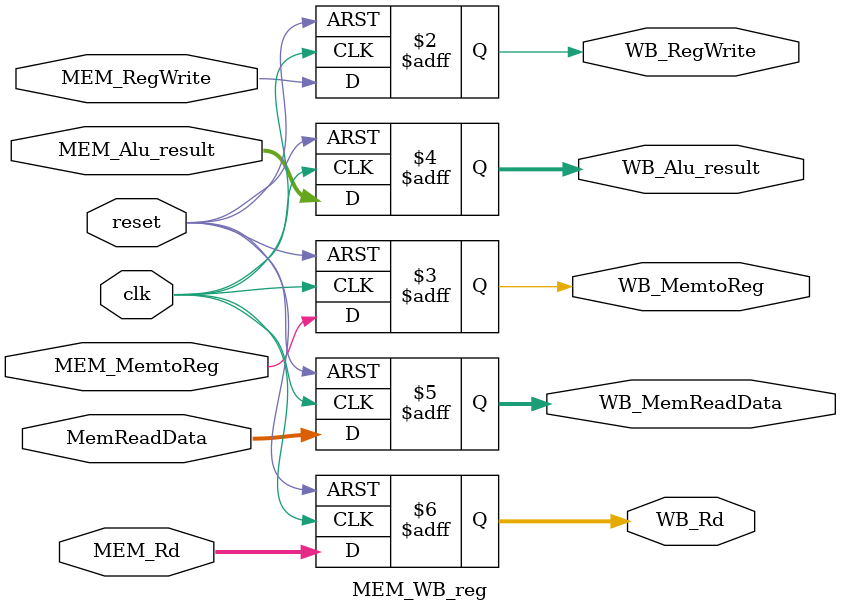
<source format=v>
`timescale 1ns/1ps

module IF_ID_reg(
    input clk,
    input reset,
    input flush,              
    input IF_ID_reg_write,
    input [63:0] if_pc,
    input [31:0] if_instruction,
    output reg [63:0] id_pc,
    output reg [31:0] id_instruction
);

    always @(posedge clk or posedge reset) begin
        if (reset) begin
            id_pc <= 64'b0;
            id_instruction <= 32'b0;
        end else if (flush) begin
            id_pc <= 64'b0;
            id_instruction <= 32'b0;
        end else if (IF_ID_reg_write) begin
            id_pc <= if_pc;
            id_instruction <= if_instruction;
        end
    end
endmodule

module ID_EXE_reg(
    input clk,
    input reset,
    input flush,              
    input RegWrite,
    input MemtoReg,
    input MemRead,
    input MemWrite,
    input Branch,
    input ALUSrc,
    input [1:0] ALUOp,
    input [63:0] ID_pc,
    input [63:0] ID_RegData1,
    input [63:0] ID_RegData2,
    input [63:0] ID_Imm,
    input [4:0] ID_Rs1,
    input [4:0] ID_Rs2,
    input [4:0] ID_Rd,
    input [2:0] ID_funct3,
    input ID_bit30,
    output reg EX_RegWrite,
    output reg EX_MemtoReg,
    output reg EX_MemRead,
    output reg EX_MemWrite,
    output reg EX_Branch,
    output reg EX_ALUSrc,
    output reg [1:0] EX_ALUOp,
    output reg [63:0] EX_pc,
    output reg [63:0] EX_RegData1,
    output reg [63:0] EX_RegData2,
    output reg [63:0] EX_Imm,
    output reg [4:0] EX_Rs1,
    output reg [4:0] EX_Rs2,
    output reg [4:0] EX_Rd,
    output reg [2:0] EX_funct3,
    output reg EX_bit30
);
    always @(posedge clk or posedge reset) begin
        if (reset) begin
            EX_RegWrite   <= 1'b0;
            EX_MemtoReg   <= 1'b0;
            EX_MemRead    <= 1'b0;
            EX_MemWrite   <= 1'b0;
            EX_Branch     <= 1'b0;
            EX_ALUSrc     <= 1'b0;
            EX_ALUOp      <= 2'b00;
            EX_pc         <= 64'b0;
            EX_RegData1   <= 64'b0;
            EX_RegData2   <= 64'b0;
            EX_Imm        <= 64'b0;
            EX_Rs1        <= 5'b0;
            EX_Rs2        <= 5'b0;
            EX_Rd         <= 5'b0;
            EX_funct3     <= 3'b0;
            EX_bit30      <= 1'b0;
        end else if (flush) begin
            // Flush: replace instruction with no-op by clearing all signals.
            EX_RegWrite   <= 1'b0;
            EX_MemtoReg   <= 1'b0;
            EX_MemRead    <= 1'b0;
            EX_MemWrite   <= 1'b0;
            EX_Branch     <= 1'b0;
            EX_ALUSrc     <= 1'b0;
            EX_ALUOp      <= 2'b00;
            EX_pc         <= 64'b0;
            EX_RegData1   <= 64'b0;
            EX_RegData2   <= 64'b0;
            EX_Imm        <= 64'b0;
            EX_Rs1        <= 5'b0;
            EX_Rs2        <= 5'b0;
            EX_Rd         <= 5'b0;
            EX_funct3     <= 3'b0;
            EX_bit30      <= 1'b0;
        end else begin
            EX_RegWrite   <= RegWrite;
            EX_MemtoReg   <= MemtoReg;
            EX_MemRead    <= MemRead;
            EX_MemWrite   <= MemWrite;
            EX_Branch     <= Branch;
            EX_ALUSrc     <= ALUSrc;
            EX_ALUOp      <= ALUOp;
            EX_pc         <= ID_pc;
            EX_RegData1   <= ID_RegData1;
            EX_RegData2   <= ID_RegData2;
            EX_Imm        <= ID_Imm;
            EX_Rs1        <= ID_Rs1;
            EX_Rs2        <= ID_Rs2;
            EX_Rd         <= ID_Rd;
            EX_funct3     <= ID_funct3;
            EX_bit30      <= ID_bit30;
        end
    end
endmodule

module EX_MEM_reg(
    input clk,
    input reset,
    input flush,              
    input EX_RegWrite,
    input EX_MemtoReg,
    input EX_MemRead,
    input EX_MemWrite,
    input EX_Branch,
    input Alu_zero,
    input [63:0] Alu_result,
    input [63:0] EX_RegData2,
    input [4:0] EX_Rd,
    input [63:0] EX_PC,
    output reg MEM_RegWrite,
    output reg MEM_MemtoReg,
    output reg MEM_MemRead,
    output reg MEM_MemWrite,
    output reg MEM_Branch,
    output reg MEM_Alu_zero,
    output reg [63:0] MEM_Alu_result,
    output reg [63:0] MEM_RegData2,
    output reg [4:0] MEM_Rd,
    output reg [63:0] MEM_PC
);
    always @(posedge clk or posedge reset) begin
        if(reset) begin
            MEM_RegWrite   <= 1'b0;
            MEM_MemtoReg   <= 1'b0;
            MEM_MemRead    <= 1'b0;
            MEM_MemWrite   <= 1'b0;
            MEM_Branch     <= 1'b0;
            MEM_Alu_zero   <= 1'b0;
            MEM_Alu_result <= 64'b0;
            MEM_RegData2   <= 64'b0;
            MEM_Rd         <= 5'b0;
            MEM_PC         <= 64'b0;
        end else if (flush) begin
            MEM_RegWrite   <= 1'b0;
            MEM_MemtoReg   <= 1'b0;
            MEM_MemRead    <= 1'b0;
            MEM_MemWrite   <= 1'b0;
            MEM_Branch     <= 1'b0;
            MEM_Alu_zero   <= 1'b0;
            MEM_Alu_result <= 64'b0;
            MEM_RegData2   <= 64'b0;
            MEM_Rd         <= 5'b0;
            MEM_PC         <= 64'b0;
        end else begin
            MEM_RegWrite   <= EX_RegWrite;
            MEM_MemtoReg   <= EX_MemtoReg;
            MEM_MemRead    <= EX_MemRead;
            MEM_MemWrite   <= EX_MemWrite;
            MEM_Branch     <= EX_Branch;
            MEM_Alu_zero   <= Alu_zero;
            MEM_Alu_result <= Alu_result;
            MEM_RegData2   <= EX_RegData2;
            MEM_Rd         <= EX_Rd;
            MEM_PC         <= EX_PC;
        end 
    end
endmodule

module MEM_WB_reg(
    input clk,
    input reset,
    input MEM_RegWrite,
    input MEM_MemtoReg,
    input [63:0] MEM_Alu_result,
    input [63:0] MemReadData,
    input [4:0] MEM_Rd,
    output reg WB_RegWrite,
    output reg WB_MemtoReg,
    output reg [63:0] WB_Alu_result,
    output reg [63:0] WB_MemReadData,
    output reg [4:0] WB_Rd
);
    always @(posedge clk or posedge reset) begin
        if(reset) begin
            WB_RegWrite    <= 1'b0;
            WB_MemtoReg    <= 1'b0;
            WB_Alu_result  <= 64'b0;
            WB_MemReadData <= 64'b0;
            WB_Rd          <= 5'b0;
        end else begin
            WB_RegWrite    <= MEM_RegWrite;
            WB_MemtoReg    <= MEM_MemtoReg;
            WB_Alu_result  <= MEM_Alu_result;
            WB_MemReadData <= MemReadData;
            WB_Rd          <= MEM_Rd;
        end
    end
endmodule

</source>
